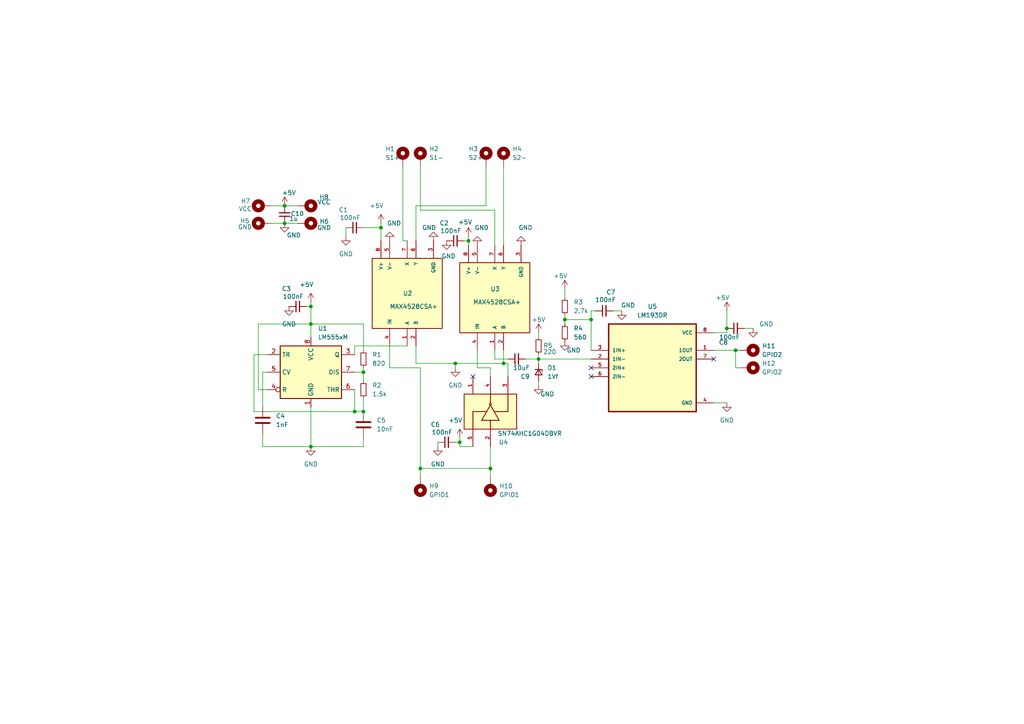
<source format=kicad_sch>
(kicad_sch (version 20211123) (generator eeschema)
  (paper "A4")
  (lib_symbols
    (symbol "Device:C" (pin_numbers hide) (pin_names (offset 0.254))
      (property "Reference" "C" (at 0.635 2.54 0))
      (property "Value" "C" (at 0.635 -2.54 0))
      (symbol "C_0_1"
        (polyline (pts (xy -2.032 -0.762) (xy 2.032 -0.762)) (stroke (width 0.508)))
        (polyline (pts (xy -2.032 0.762) (xy 2.032 0.762)) (stroke (width 0.508)))
      )
      (symbol "C_1_1"
        (pin passive line (at 0 3.81 270) (length 2.794) (name "~") (number "1"))
        (pin passive line (at 0 -3.81 90) (length 2.794) (name "~") (number "2"))
      )
    )
    (symbol "Device:C_Small" (pin_numbers hide) (pin_names (offset 0.254) hide)
      (property "Reference" "C" (at 0.254 1.778 0))
      (property "Value" "C_Small" (at 0.254 -2.032 0))
      (symbol "C_Small_0_1"
        (polyline (pts (xy -1.524 -0.508) (xy 1.524 -0.508)) (stroke (width 0.3302)))
        (polyline (pts (xy -1.524 0.508) (xy 1.524 0.508)) (stroke (width 0.3048)))
      )
      (symbol "C_Small_1_1"
        (pin passive line (at 0 2.54 270) (length 2.032) (name "~") (number "1"))
        (pin passive line (at 0 -2.54 90) (length 2.032) (name "~") (number "2"))
      )
    )
    (symbol "Device:D_Zener_Small" (pin_numbers hide) (pin_names (offset 0.254) hide)
      (property "Reference" "D" (at 0 2.286 0))
      (property "Value" "D_Zener_Small" (at 0 -2.286 0))
      (symbol "D_Zener_Small_0_1"
        (polyline (pts (xy 0.762 0) (xy -0.762 0)))
        (polyline (pts (xy -0.254 1.016) (xy -0.762 1.016) (xy -0.762 -1.016)) (stroke (width 0.254)))
        (polyline (pts (xy 0.762 1.016) (xy -0.762 0) (xy 0.762 -1.016) (xy 0.762 1.016)) (stroke (width 0.254)))
      )
      (symbol "D_Zener_Small_1_1"
        (pin passive line (at -2.54 0 0) (length 1.778) (name "K") (number "1"))
        (pin passive line (at 2.54 0 180) (length 1.778) (name "A") (number "2"))
      )
    )
    (symbol "Device:R_Small" (pin_numbers hide) (pin_names (offset 0.254) hide)
      (property "Reference" "R" (at 0.762 0.508 0))
      (property "Value" "R_Small" (at 0.762 -1.016 0))
      (symbol "R_Small_0_1"
        (rectangle (start -0.762 1.778) (end 0.762 -1.778) (stroke (width 0.2032)))
      )
      (symbol "R_Small_1_1"
        (pin passive line (at 0 2.54 270) (length 0.762) (name "~") (number "1"))
        (pin passive line (at 0 -2.54 90) (length 0.762) (name "~") (number "2"))
      )
    )
    (symbol "LM193DR:LM193DR" (pin_names (offset 1.016))
      (property "Reference" "U" (at -12.7 13.7 0))
      (property "Value" "LM193DR" (at -12.7 -16.7 0))
      (symbol "LM193DR_0_0"
        (rectangle (start -12.7 -12.7) (end 12.7 12.7) (stroke (width 0.41)) (fill (type background)))
        (pin output line (at 17.78 5.08 180) (length 5.08) (name "1OUT") (number "1"))
        (pin input line (at -17.78 2.54 0) (length 5.08) (name "1IN-") (number "2"))
        (pin input line (at -17.78 5.08 0) (length 5.08) (name "1IN+") (number "3"))
        (pin power_in line (at 17.78 -10.16 180) (length 5.08) (name "GND") (number "4"))
        (pin input line (at -17.78 0 0) (length 5.08) (name "2IN+") (number "5"))
        (pin input line (at -17.78 -2.54 0) (length 5.08) (name "2IN-") (number "6"))
        (pin output line (at 17.78 2.54 180) (length 5.08) (name "2OUT") (number "7"))
        (pin power_in line (at 17.78 10.16 180) (length 5.08) (name "VCC") (number "8"))
      )
    )
    (symbol "MAX4528CSA_:MAX4528CSA+" (pin_names (offset 1.016))
      (property "Reference" "U" (at -10.1654 10.6737 0))
      (property "Value" "MAX4528CSA+" (at -10.1652 -13.2148 0))
      (symbol "MAX4528CSA+_0_0"
        (rectangle (start -10.16 -10.16) (end 10.16 10.16) (stroke (width 0.254)) (fill (type background)))
        (pin input line (at -15.24 0 0) (length 5.08) (name "A") (number "1"))
        (pin input line (at -15.24 -2.54 0) (length 5.08) (name "B") (number "2"))
        (pin power_in line (at 15.24 -7.62 180) (length 5.08) (name "GND") (number "3"))
        (pin input line (at -15.24 5.08 0) (length 5.08) (name "IN") (number "4"))
        (pin power_in line (at 15.24 5.08 180) (length 5.08) (name "V-") (number "5"))
        (pin output line (at 15.24 -2.54 180) (length 5.08) (name "Y") (number "6"))
        (pin output line (at 15.24 0 180) (length 5.08) (name "X") (number "7"))
        (pin power_in line (at 15.24 7.62 180) (length 5.08) (name "V+") (number "8"))
      )
    )
    (symbol "Mechanical:MountingHole_Pad" (pin_numbers hide) (pin_names (offset 1.016) hide)
      (property "Reference" "H" (at 0 6.35 0))
      (property "Value" "MountingHole_Pad" (at 0 4.445 0))
      (symbol "MountingHole_Pad_0_1"
        (circle (center 0 1.27) (radius 1.27) (stroke (width 1.27)))
      )
      (symbol "MountingHole_Pad_1_1"
        (pin input line (at 0 -2.54 90) (length 2.54) (name "1") (number "1"))
      )
    )
    (symbol "SN74AHC1G04DBVR:SN74AHC1G04DBVR" (pin_names (offset 1.016))
      (property "Reference" "U" (at -5.08 8.62 0))
      (property "Value" "SN74AHC1G04DBVR" (at -5.08 -10.16 0))
      (symbol "SN74AHC1G04DBVR_0_0"
        (rectangle (start -5.08 -7.62) (end 5.08 7.62) (stroke (width 0.254)) (fill (type background)))
        (polyline (pts (xy -5.08 0) (xy -2.54 0)) (stroke (width 0.254)))
        (polyline (pts (xy -5.08 5.08) (xy 0 5.08)) (stroke (width 0.254)))
        (polyline (pts (xy -2.54 -2.54) (xy -2.54 0)) (stroke (width 0.254)))
        (polyline (pts (xy -2.54 0) (xy -2.54 2.54)) (stroke (width 0.254)))
        (polyline (pts (xy -2.54 2.54) (xy 1.905 0)) (stroke (width 0.254)))
        (polyline (pts (xy 0 -5.08) (xy 5.08 -5.08)) (stroke (width 0.254)))
        (polyline (pts (xy 0 -1.143) (xy 0 -5.08)) (stroke (width 0.254)))
        (polyline (pts (xy 0 5.08) (xy 0 1.143)) (stroke (width 0.254)))
        (polyline (pts (xy 1.905 0) (xy -2.54 -2.54)) (stroke (width 0.254)))
        (polyline (pts (xy 2.54 0) (xy 5.08 0)) (stroke (width 0.254)))
        (circle (center 2.1844 0) (radius 0.254) (stroke (width 0.254)))
        (pin passive line (at 10.16 5.08 180) (length 5.08) (name "~") (number "1"))
        (pin input line (at -10.16 0 0) (length 5.08) (name "~") (number "2"))
        (pin power_in line (at 10.16 -5.08 180) (length 5.08) (name "~") (number "3"))
        (pin output line (at 10.16 0 180) (length 5.08) (name "~") (number "4"))
        (pin power_in line (at -10.16 5.08 0) (length 5.08) (name "~") (number "5"))
      )
    )
    (symbol "Timer:LM555xM"
      (property "Reference" "U" (at -10.16 8.89 0))
      (property "Value" "LM555xM" (at 2.54 8.89 0))
      (symbol "LM555xM_0_0"
        (pin power_in line (at 0 -10.16 90) (length 2.54) (name "GND") (number "1"))
        (pin power_in line (at 0 10.16 270) (length 2.54) (name "VCC") (number "8"))
      )
      (symbol "LM555xM_0_1"
        (rectangle (start -8.89 -7.62) (end 8.89 7.62) (stroke (width 0.254)) (fill (type background)))
        (rectangle (start -8.89 -7.62) (end 8.89 7.62) (stroke (width 0.254)) (fill (type background)))
      )
      (symbol "LM555xM_1_1"
        (pin input line (at -12.7 5.08 0) (length 3.81) (name "TR") (number "2"))
        (pin output line (at 12.7 5.08 180) (length 3.81) (name "Q") (number "3"))
        (pin input inverted (at -12.7 -5.08 0) (length 3.81) (name "R") (number "4"))
        (pin input line (at -12.7 0 0) (length 3.81) (name "CV") (number "5"))
        (pin input line (at 12.7 -5.08 180) (length 3.81) (name "THR") (number "6"))
        (pin input line (at 12.7 0 180) (length 3.81) (name "DIS") (number "7"))
      )
    )
    (symbol "power:+5V" (power) (pin_names (offset 0))
      (property "Value" "+5V" (at 0 3.556 0))
      (symbol "+5V_0_1"
        (polyline (pts (xy -0.762 1.27) (xy 0 2.54)))
        (polyline (pts (xy 0 0) (xy 0 2.54)))
        (polyline (pts (xy 0 2.54) (xy 0.762 1.27)))
      )
      (symbol "+5V_1_1"
        (pin power_in line (at 0 0 90) (length 0) hide (name "+5V") (number "1"))
      )
    )
    (symbol "power:GND" (power) (pin_names (offset 0))
      (property "Value" "GND" (at 0 -3.81 0))
      (symbol "GND_0_1"
        (polyline (pts (xy 0 0) (xy 0 -1.27) (xy 1.27 -1.27) (xy 0 -2.54) (xy -1.27 -1.27) (xy 0 -1.27)))
      )
      (symbol "GND_1_1"
        (pin power_in line (at 0 0 270) (length 0) hide (name "GND") (number "1"))
      )
    )
  )
  (junction (at 110.49 66.04))
  (junction (at 90.17 88.9))
  (junction (at 90.17 93.98))
  (junction (at 171.45 92.71))
  (junction (at 102.87 119.38))
  (junction (at 133.35 128.27))
  (junction (at 142.24 135.89))
  (junction (at 82.55 59.69))
  (junction (at 105.41 119.38))
  (junction (at 132.08 105.41))
  (junction (at 213.36 101.6))
  (junction (at 121.92 135.89))
  (junction (at 210.82 95.25))
  (junction (at 105.41 107.95))
  (junction (at 163.83 92.71))
  (junction (at 90.17 129.54))
  (junction (at 146.05 105.41))
  (junction (at 82.55 64.77))
  (junction (at 156.21 104.14))
  (junction (at 135.89 69.85))
  (no_connect (at 171.45 109.22))
  (no_connect (at 207.01 104.14))
  (no_connect (at 137.16 109.22))
  (no_connect (at 171.45 106.68))
  (wire (pts (xy 90.17 93.98) (xy 90.17 97.79)))
  (wire (pts (xy 116.84 69.85) (xy 118.11 69.85)))
  (wire (pts (xy 177.8 90.17) (xy 180.34 90.17)))
  (wire (pts (xy 207.01 116.84) (xy 210.82 116.84)))
  (wire (pts (xy 156.21 104.14) (xy 156.21 105.41)))
  (wire (pts (xy 143.51 104.14) (xy 147.32 104.14)))
  (wire (pts (xy 156.21 96.52) (xy 156.21 97.79)))
  (wire (pts (xy 78.74 64.77) (xy 82.55 64.77)))
  (wire (pts (xy 135.89 69.85) (xy 135.89 71.12)))
  (wire (pts (xy 143.51 60.96) (xy 121.92 60.96)))
  (wire (pts (xy 105.41 129.54) (xy 105.41 127)))
  (wire (pts (xy 86.36 64.77) (xy 82.55 64.77)))
  (wire (pts (xy 120.65 59.69) (xy 140.97 59.69)))
  (wire (pts (xy 137.16 129.54) (xy 133.35 129.54)))
  (wire (pts (xy 90.17 118.11) (xy 90.17 129.54)))
  (wire (pts (xy 121.92 106.68) (xy 113.03 106.68)))
  (wire (pts (xy 120.65 100.33) (xy 120.65 105.41)))
  (wire (pts (xy 102.87 100.33) (xy 118.11 100.33)))
  (wire (pts (xy 76.2 107.95) (xy 76.2 118.11)))
  (wire (pts (xy 105.41 106.68) (xy 105.41 107.95)))
  (wire (pts (xy 102.87 107.95) (xy 105.41 107.95)))
  (wire (pts (xy 172.72 90.17) (xy 171.45 90.17)))
  (wire (pts (xy 163.83 91.44) (xy 163.83 92.71)))
  (wire (pts (xy 110.49 64.77) (xy 110.49 66.04)))
  (wire (pts (xy 146.05 101.6) (xy 146.05 105.41)))
  (wire (pts (xy 135.89 68.58) (xy 135.89 69.85)))
  (wire (pts (xy 132.08 128.27) (xy 133.35 128.27)))
  (wire (pts (xy 105.41 93.98) (xy 90.17 93.98)))
  (wire (pts (xy 171.45 101.6) (xy 171.45 92.71)))
  (wire (pts (xy 121.92 135.89) (xy 142.24 135.89)))
  (wire (pts (xy 143.51 71.12) (xy 143.51 60.96)))
  (wire (pts (xy 102.87 102.87) (xy 102.87 100.33)))
  (wire (pts (xy 156.21 104.14) (xy 171.45 104.14)))
  (wire (pts (xy 140.97 48.26) (xy 140.97 59.69)))
  (wire (pts (xy 121.92 48.26) (xy 121.92 60.96)))
  (wire (pts (xy 76.2 129.54) (xy 90.17 129.54)))
  (wire (pts (xy 156.21 102.87) (xy 156.21 104.14)))
  (wire (pts (xy 171.45 90.17) (xy 171.45 92.71)))
  (wire (pts (xy 73.66 119.38) (xy 102.87 119.38)))
  (wire (pts (xy 77.47 113.03) (xy 74.93 113.03)))
  (wire (pts (xy 90.17 129.54) (xy 105.41 129.54)))
  (wire (pts (xy 146.05 71.12) (xy 146.05 48.26)))
  (wire (pts (xy 142.24 109.22) (xy 142.24 106.68)))
  (wire (pts (xy 138.43 101.6) (xy 138.43 106.68)))
  (wire (pts (xy 142.24 135.89) (xy 142.24 138.43)))
  (wire (pts (xy 100.33 66.04) (xy 100.33 68.58)))
  (wire (pts (xy 120.65 105.41) (xy 132.08 105.41)))
  (wire (pts (xy 163.83 83.82) (xy 163.83 86.36)))
  (wire (pts (xy 213.36 101.6) (xy 214.63 101.6)))
  (wire (pts (xy 152.4 104.14) (xy 156.21 104.14)))
  (wire (pts (xy 113.03 100.33) (xy 113.03 106.68)))
  (wire (pts (xy 116.84 48.26) (xy 116.84 69.85)))
  (wire (pts (xy 163.83 92.71) (xy 163.83 93.98)))
  (wire (pts (xy 74.93 93.98) (xy 90.17 93.98)))
  (wire (pts (xy 86.36 59.69) (xy 82.55 59.69)))
  (wire (pts (xy 147.32 109.22) (xy 147.32 105.41)))
  (wire (pts (xy 120.65 59.69) (xy 120.65 69.85)))
  (wire (pts (xy 90.17 87.63) (xy 90.17 88.9)))
  (wire (pts (xy 105.41 107.95) (xy 105.41 110.49)))
  (wire (pts (xy 142.24 129.54) (xy 142.24 135.89)))
  (wire (pts (xy 102.87 113.03) (xy 102.87 119.38)))
  (wire (pts (xy 171.45 92.71) (xy 163.83 92.71)))
  (wire (pts (xy 105.41 115.57) (xy 105.41 119.38)))
  (wire (pts (xy 143.51 101.6) (xy 143.51 104.14)))
  (wire (pts (xy 133.35 127) (xy 133.35 128.27)))
  (wire (pts (xy 102.87 119.38) (xy 105.41 119.38)))
  (wire (pts (xy 110.49 66.04) (xy 110.49 69.85)))
  (wire (pts (xy 78.74 59.69) (xy 82.55 59.69)))
  (wire (pts (xy 121.92 138.43) (xy 121.92 135.89)))
  (wire (pts (xy 207.01 96.52) (xy 210.82 96.52)))
  (wire (pts (xy 77.47 102.87) (xy 73.66 102.87)))
  (wire (pts (xy 132.08 105.41) (xy 132.08 106.68)))
  (wire (pts (xy 77.47 107.95) (xy 76.2 107.95)))
  (wire (pts (xy 76.2 125.73) (xy 76.2 129.54)))
  (wire (pts (xy 210.82 90.17) (xy 210.82 95.25)))
  (wire (pts (xy 74.93 113.03) (xy 74.93 93.98)))
  (wire (pts (xy 88.9 88.9) (xy 90.17 88.9)))
  (wire (pts (xy 105.41 66.04) (xy 110.49 66.04)))
  (wire (pts (xy 215.9 95.25) (xy 218.44 95.25)))
  (wire (pts (xy 210.82 96.52) (xy 210.82 95.25)))
  (wire (pts (xy 90.17 88.9) (xy 90.17 93.98)))
  (wire (pts (xy 127 128.27) (xy 127 129.54)))
  (wire (pts (xy 156.21 110.49) (xy 156.21 111.76)))
  (wire (pts (xy 147.32 105.41) (xy 146.05 105.41)))
  (wire (pts (xy 213.36 106.68) (xy 214.63 106.68)))
  (wire (pts (xy 133.35 129.54) (xy 133.35 128.27)))
  (wire (pts (xy 121.92 106.68) (xy 121.92 135.89)))
  (wire (pts (xy 132.08 105.41) (xy 146.05 105.41)))
  (wire (pts (xy 134.62 69.85) (xy 135.89 69.85)))
  (wire (pts (xy 73.66 102.87) (xy 73.66 119.38)))
  (wire (pts (xy 142.24 106.68) (xy 138.43 106.68)))
  (wire (pts (xy 207.01 101.6) (xy 213.36 101.6)))
  (wire (pts (xy 213.36 101.6) (xy 213.36 106.68)))
  (wire (pts (xy 105.41 101.6) (xy 105.41 93.98)))
  (symbol (lib_id "power:GND") (at 180.34 90.17 0) (unit 1)
    (property "Reference" "#PWR0119" (effects hide))
    (property "Value" "GND" (at 182.1686 88.54 0))
  )
  (symbol (lib_id "power:+5V") (at 163.83 83.82 0) (unit 1)
    (property "Reference" "#PWR0116" (effects hide))
    (property "Value" "+5V" (at 162.56 80.01 0))
  )
  (symbol (lib_id "power:GND") (at 132.08 106.68 0) (unit 1)
    (property "Reference" "#PWR0103" (effects hide))
    (property "Value" "GND" (at 132.08 111.76 0))
  )
  (symbol (lib_id "Device:C_Small") (at 175.26 90.17 90) (unit 1)
    (property "Reference" "C7" (at 178.5393 84.762 90) (effects (justify left)))
    (property "Value" "100nF" (at 178.6487 86.9483 90) (effects (justify left)))
    (property "Footprint" "Capacitor_SMD:C_0402_1005Metric" (effects hide))
  )
  (symbol (lib_id "Device:C_Small") (at 132.08 69.85 90) (unit 1)
    (property "Reference" "C2" (at 130.1525 64.6955 90) (effects (justify left)))
    (property "Value" "100nF" (at 133.7962 66.9546 90) (effects (justify left)))
    (property "Footprint" "Capacitor_SMD:C_0402_1005Metric" (effects hide))
  )
  (symbol (lib_id "power:+5V") (at 90.17 87.63 0) (unit 1)
    (property "Reference" "#PWR0111" (effects hide))
    (property "Value" "+5V" (at 88.9 82.55 0))
  )
  (symbol (lib_id "power:+5V") (at 133.35 127 0) (unit 1)
    (property "Reference" "#PWR0102" (effects hide))
    (property "Value" "+5V" (at 132.08 121.92 0))
  )
  (symbol (lib_id "power:GND") (at 163.83 99.06 0) (unit 1)
    (property "Reference" "#PWR0120" (effects hide))
    (property "Value" "GND" (at 166.37 101.6 0))
  )
  (symbol (lib_id "Device:R_Small") (at 105.41 104.14 0) (unit 1)
    (property "Reference" "R1" (at 107.95 102.8699 0) (effects (justify left)))
    (property "Value" "820" (at 107.95 105.4099 0) (effects (justify left)))
    (property "Footprint" "Resistor_SMD:R_0402_1005Metric" (effects hide))
  )
  (symbol (lib_id "LM193DR:LM193DR") (at 189.23 106.68 0) (unit 1)
    (property "Reference" "U5" (at 189.23 88.9 0))
    (property "Value" "LM193DR" (at 189.23 91.44 0))
    (property "Footprint" "SOIC127P599X175-8N" (effects hide))
  )
  (symbol (lib_id "Device:C_Small") (at 149.86 104.14 90) (unit 1)
    (property "Reference" "C9" (at 153.67 109.22 90) (effects (justify left)))
    (property "Value" "10uF" (at 153.67 106.68 90) (effects (justify left)))
    (property "Footprint" "Capacitor_SMD:C_0402_1005Metric" (effects hide))
  )
  (symbol (lib_id "SN74AHC1G04DBVR:SN74AHC1G04DBVR") (at 142.24 119.38 90) (unit 1)
    (property "Reference" "U4" (at 146.05 128.27 90))
    (property "Value" "SN74AHC1G04DBVR" (at 153.67 125.73 90))
    (property "Footprint" "SOT95P280X145-5N" (effects hide))
    (property "MAXIMUM_PACKAGE_HEIGHT" "1.45mm" (effects hide))
    (property "PARTREV" "AD" (effects hide))
    (property "MANUFACTURER" "Texas Instruments" (effects hide))
    (property "STANDARD" "IPC-7351B" (effects hide))
  )
  (symbol (lib_id "Device:R_Small") (at 163.83 96.52 0) (unit 1)
    (property "Reference" "R4" (at 166.37 95.2499 0) (effects (justify left)))
    (property "Value" "560" (at 166.37 97.7899 0) (effects (justify left)))
    (property "Footprint" "Resistor_SMD:R_0402_1005Metric" (effects hide))
  )
  (symbol (lib_id "Device:C_Small") (at 82.55 62.23 180) (unit 1)
    (property "Reference" "C10" (at 88.1963 61.9883 0) (effects (justify left)))
    (property "Value" "1u" (at 86.4824 63.4084 0) (effects (justify left)))
    (property "Footprint" "Capacitor_SMD:C_0603_1608Metric" (effects hide))
  )
  (symbol (lib_id "power:+5V") (at 156.21 96.52 0) (unit 1)
    (property "Reference" "#PWR0121" (effects hide))
    (property "Value" "+5V" (at 156.21 92.71 0))
  )
  (symbol (lib_id "power:+5V") (at 82.55 59.69 0) (unit 1)
    (property "Reference" "#PWR0124" (effects hide))
    (property "Value" "+5V" (at 83.8134 55.9206 0))
  )
  (symbol (lib_id "Mechanical:MountingHole_Pad") (at 217.17 101.6 270) (unit 1)
    (property "Reference" "H11" (at 220.98 100.3299 90) (effects (justify left)))
    (property "Value" "GPIO2" (at 220.98 102.8699 90) (effects (justify left)))
    (property "Footprint" "Connector_Pin:Pin_D0.7mm_L6.5mm_W1.8mm_FlatFork" (effects hide))
  )
  (symbol (lib_id "Mechanical:MountingHole_Pad") (at 146.05 45.72 0) (unit 1)
    (property "Reference" "H4" (at 148.59 43.1799 0) (effects (justify left)))
    (property "Value" "S2-" (at 148.59 45.7199 0) (effects (justify left)))
    (property "Footprint" "Connector_Pin:Pin_D0.7mm_L6.5mm_W1.8mm_FlatFork" (effects hide))
  )
  (symbol (lib_id "power:+5V") (at 135.89 68.58 0) (unit 1)
    (property "Reference" "#PWR0113" (effects hide))
    (property "Value" "+5V" (at 134.9085 64.4359 0))
  )
  (symbol (lib_id "power:GND") (at 125.73 69.85 180) (unit 1)
    (property "Reference" "#PWR0106" (effects hide))
    (property "Value" "GND" (at 124.46 66.04 0))
  )
  (symbol (lib_id "Mechanical:MountingHole_Pad") (at 121.92 140.97 180) (unit 1)
    (property "Reference" "H9" (at 124.46 140.9699 0) (effects (justify right)))
    (property "Value" "GPIO1" (at 124.46 143.5099 0) (effects (justify right)))
    (property "Footprint" "Connector_Pin:Pin_D0.7mm_L6.5mm_W1.8mm_FlatFork" (effects hide))
  )
  (symbol (lib_id "Mechanical:MountingHole_Pad") (at 217.17 106.68 270) (unit 1)
    (property "Reference" "H12" (at 220.98 105.4099 90) (effects (justify left)))
    (property "Value" "GPIO2" (at 220.98 107.9499 90) (effects (justify left)))
    (property "Footprint" "Connector_Pin:Pin_D0.7mm_L6.5mm_W1.8mm_FlatFork" (effects hide))
  )
  (symbol (lib_id "power:GND") (at 210.82 116.84 0) (unit 1)
    (property "Reference" "#PWR0118" (effects hide))
    (property "Value" "GND" (at 210.82 121.92 0))
  )
  (symbol (lib_id "Device:R_Small") (at 156.21 100.33 0) (unit 1)
    (property "Reference" "R5" (at 157.572 100.2098 0) (effects (justify left)))
    (property "Value" "220" (at 157.5243 102.0697 0) (effects (justify left)))
    (property "Footprint" "Resistor_SMD:R_0402_1005Metric" (effects hide))
  )
  (symbol (lib_id "Mechanical:MountingHole_Pad") (at 142.24 140.97 180) (unit 1)
    (property "Reference" "H10" (at 144.78 140.9699 0) (effects (justify right)))
    (property "Value" "GPIO1" (at 144.78 143.5099 0) (effects (justify right)))
    (property "Footprint" "Connector_Pin:Pin_D0.7mm_L6.5mm_W1.8mm_FlatFork" (effects hide))
  )
  (symbol (lib_id "power:GND") (at 100.33 68.58 0) (unit 1)
    (property "Reference" "#PWR0109" (effects hide))
    (property "Value" "GND" (at 100.33 73.66 0))
  )
  (symbol (lib_id "Device:R_Small") (at 163.83 88.9 0) (unit 1)
    (property "Reference" "R3" (at 166.37 87.6299 0) (effects (justify left)))
    (property "Value" "2.7k" (at 166.37 90.1699 0) (effects (justify left)))
    (property "Footprint" "Resistor_SMD:R_0402_1005Metric" (effects hide))
  )
  (symbol (lib_id "Device:R_Small") (at 105.41 113.03 0) (unit 1)
    (property "Reference" "R2" (at 107.95 111.7599 0) (effects (justify left)))
    (property "Value" "1.5k" (at 107.95 114.2999 0) (effects (justify left)))
    (property "Footprint" "Resistor_SMD:R_0402_1005Metric" (effects hide))
  )
  (symbol (lib_id "Device:C_Small") (at 213.36 95.25 90) (unit 1)
    (property "Reference" "C8" (at 211.1745 99.306 90) (effects (justify left)))
    (property "Value" "100nF" (at 214.63 97.79 90) (effects (justify left)))
    (property "Footprint" "Capacitor_SMD:C_0402_1005Metric" (effects hide))
  )
  (symbol (lib_id "Device:D_Zener_Small") (at 156.21 107.95 270) (unit 1)
    (property "Reference" "D1" (at 158.75 106.6799 90) (effects (justify left)))
    (property "Value" "1Vf" (at 158.75 109.2199 90) (effects (justify left)))
    (property "Footprint" "DIOAD835W50L444D203:DIOAD835W50L444D203" (effects hide))
  )
  (symbol (lib_id "Mechanical:MountingHole_Pad") (at 76.2 59.69 90) (unit 1)
    (property "Reference" "H7" (at 71.2283 58.3156 90))
    (property "Value" "VCC" (at 71.1304 60.5927 90))
    (property "Footprint" "Connector_Pin:Pin_D0.7mm_L6.5mm_W1.8mm_FlatFork" (effects hide))
  )
  (symbol (lib_id "MAX4528CSA_:MAX4528CSA+") (at 143.51 86.36 90) (unit 1)
    (property "Reference" "U3" (at 142.24 83.82 90) (effects (justify right)))
    (property "Value" "MAX4528CSA+" (at 137.16 87.63 90) (effects (justify right)))
    (property "Footprint" "MAX4528CSA_:SOIC127P600X175-8N" (effects hide))
    (property "MANUFACTURER" "Maxim Integrated" (effects hide))
  )
  (symbol (lib_id "MAX4528CSA_:MAX4528CSA+") (at 118.11 85.09 90) (unit 1)
    (property "Reference" "U2" (at 116.84 85.09 90) (effects (justify right)))
    (property "Value" "MAX4528CSA+" (at 113.03 88.9 90) (effects (justify right)))
    (property "Footprint" "MAX4528CSA_:SOIC127P600X175-8N" (effects hide))
    (property "MANUFACTURER" "Maxim Integrated" (effects hide))
  )
  (symbol (lib_id "Device:C_Small") (at 102.87 66.04 90) (unit 1)
    (property "Reference" "C1" (at 100.9425 60.8855 90) (effects (justify left)))
    (property "Value" "100nF" (at 104.5862 63.1446 90) (effects (justify left)))
    (property "Footprint" "Capacitor_SMD:C_0402_1005Metric" (effects hide))
  )
  (symbol (lib_id "Device:C_Small") (at 129.54 128.27 90) (unit 1)
    (property "Reference" "C6" (at 127.6125 123.1155 90) (effects (justify left)))
    (property "Value" "100nF" (at 131.2562 125.3746 90) (effects (justify left)))
    (property "Footprint" "Capacitor_SMD:C_0402_1005Metric" (effects hide))
  )
  (symbol (lib_id "power:GND") (at 127 129.54 0) (unit 1)
    (property "Reference" "#PWR0101" (effects hide))
    (property "Value" "GND" (at 127 134.62 0))
  )
  (symbol (lib_id "Timer:LM555xM") (at 90.17 107.95 0) (unit 1)
    (property "Reference" "U1" (at 92.1894 95.25 0) (effects (justify left)))
    (property "Value" "LM555xM" (at 92.1894 97.79 0) (effects (justify left)))
    (property "Footprint" "Package_SO:SOIC-8_3.9x4.9mm_P1.27mm" (effects hide))
    (property "Datasheet" "http://www.ti.com/lit/ds/symlink/lm555.pdf" (effects hide))
  )
  (symbol (lib_id "Mechanical:MountingHole_Pad") (at 76.2 64.77 90) (unit 1)
    (property "Reference" "H5" (at 71.0079 64.0695 90))
    (property "Value" "GND" (at 71.0569 65.8324 90))
    (property "Footprint" "Connector_Pin:Pin_D0.7mm_L6.5mm_W1.8mm_FlatFork" (effects hide))
  )
  (symbol (lib_id "Mechanical:MountingHole_Pad") (at 88.9 64.77 270) (unit 1)
    (property "Reference" "H6" (at 94.0482 64.2164 90))
    (property "Value" "GND" (at 93.98 66.04 90))
    (property "Footprint" "Connector_Pin:Pin_D0.7mm_L6.5mm_W1.8mm_FlatFork" (effects hide))
  )
  (symbol (lib_id "power:GND") (at 156.21 111.76 0) (unit 1)
    (property "Reference" "#PWR0122" (effects hide))
    (property "Value" "GND" (at 158.75 114.3 0))
  )
  (symbol (lib_id "Mechanical:MountingHole_Pad") (at 140.97 45.72 0) (unit 1)
    (property "Reference" "H3" (at 135.89 43.18 0) (effects (justify left)))
    (property "Value" "S2+" (at 135.89 45.72 0) (effects (justify left)))
    (property "Footprint" "Connector_Pin:Pin_D0.7mm_L6.5mm_W1.8mm_FlatFork" (effects hide))
  )
  (symbol (lib_id "power:GND") (at 129.54 69.85 0) (unit 1)
    (property "Reference" "#PWR0107" (effects hide))
    (property "Value" "GND" (at 130.0987 74.2741 0))
  )
  (symbol (lib_id "power:GND") (at 218.44 95.25 0) (unit 1)
    (property "Reference" "#PWR0115" (effects hide))
    (property "Value" "GND" (at 222.25 93.98 0))
  )
  (symbol (lib_id "Mechanical:MountingHole_Pad") (at 116.84 45.72 0) (unit 1)
    (property "Reference" "H1" (at 111.76 43.18 0) (effects (justify left)))
    (property "Value" "S1+" (at 111.76 45.72 0) (effects (justify left)))
    (property "Footprint" "Connector_Pin:Pin_D0.7mm_L6.5mm_W1.8mm_FlatFork" (effects hide))
  )
  (symbol (lib_id "power:GND") (at 113.03 69.85 180) (unit 1)
    (property "Reference" "#PWR0112" (effects hide))
    (property "Value" "GND" (at 114.3 64.77 0))
  )
  (symbol (lib_id "Mechanical:MountingHole_Pad") (at 88.9 59.69 270) (unit 1)
    (property "Reference" "H8" (at 93.98 57.15 90))
    (property "Value" "VCC" (at 93.9979 58.615 90))
    (property "Footprint" "Connector_Pin:Pin_D0.7mm_L6.5mm_W1.8mm_FlatFork" (effects hide))
  )
  (symbol (lib_id "power:+5V") (at 210.82 90.17 0) (unit 1)
    (property "Reference" "#PWR0117" (effects hide))
    (property "Value" "+5V" (at 209.55 86.36 0))
  )
  (symbol (lib_id "Device:C_Small") (at 86.36 88.9 90) (unit 1)
    (property "Reference" "C3" (at 84.4325 83.7455 90) (effects (justify left)))
    (property "Value" "100nF" (at 88.0762 86.0046 90) (effects (justify left)))
    (property "Footprint" "Capacitor_SMD:C_0402_1005Metric" (effects hide))
  )
  (symbol (lib_id "power:GND") (at 138.43 71.12 180) (unit 1)
    (property "Reference" "#PWR0114" (effects hide))
    (property "Value" "GND" (at 139.7 66.04 0))
  )
  (symbol (lib_id "power:GND") (at 90.17 129.54 0) (unit 1)
    (property "Reference" "#PWR0104" (effects hide))
    (property "Value" "GND" (at 90.17 134.62 0))
  )
  (symbol (lib_id "Device:C") (at 76.2 121.92 0) (unit 1)
    (property "Reference" "C4" (at 80.01 120.6499 0) (effects (justify left)))
    (property "Value" "1nF" (at 80.01 123.1899 0) (effects (justify left)))
    (property "Footprint" "Capacitor_SMD:C_0402_1005Metric" (effects hide))
  )
  (symbol (lib_id "power:+5V") (at 110.49 64.77 0) (unit 1)
    (property "Reference" "#PWR0108" (effects hide))
    (property "Value" "+5V" (at 109.22 59.69 0))
  )
  (symbol (lib_id "Device:C") (at 105.41 123.19 0) (unit 1)
    (property "Reference" "C5" (at 109.22 121.9199 0) (effects (justify left)))
    (property "Value" "10nF" (at 109.22 124.4599 0) (effects (justify left)))
    (property "Footprint" "Capacitor_SMD:C_0402_1005Metric" (effects hide))
  )
  (symbol (lib_id "power:GND") (at 151.13 71.12 180) (unit 1)
    (property "Reference" "#PWR0110" (effects hide))
    (property "Value" "GND" (at 152.4 66.04 0))
  )
  (symbol (lib_id "Mechanical:MountingHole_Pad") (at 121.92 45.72 0) (unit 1)
    (property "Reference" "H2" (at 124.46 43.1799 0) (effects (justify left)))
    (property "Value" "S1-" (at 124.46 45.7199 0) (effects (justify left)))
    (property "Footprint" "Connector_Pin:Pin_D0.7mm_L6.5mm_W1.8mm_FlatFork" (effects hide))
  )
  (symbol (lib_id "power:GND") (at 83.82 88.9 0) (unit 1)
    (property "Reference" "#PWR0105" (effects hide))
    (property "Value" "GND" (at 83.82 93.98 0))
  )
  (symbol (lib_id "power:GND") (at 82.55 64.77 0) (unit 1)
    (property "Reference" "#PWR0123" (effects hide))
    (property "Value" "GND" (at 85.2117 68.2323 0))
  )
)
</source>
